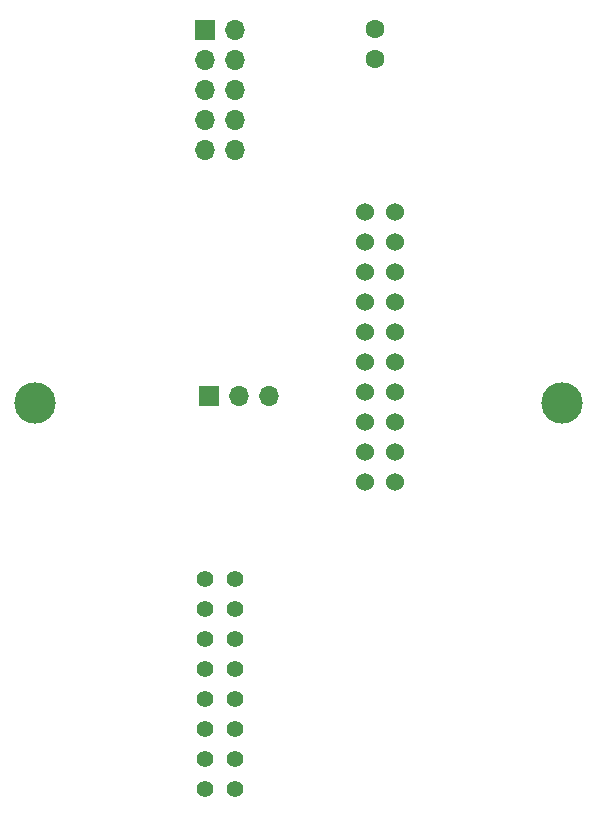
<source format=gts>
G04 #@! TF.GenerationSoftware,KiCad,Pcbnew,7.0.8-7.0.8~ubuntu22.04.1*
G04 #@! TF.CreationDate,2024-01-26T15:23:50+01:00*
G04 #@! TF.ProjectId,bogie,626f6769-652e-46b6-9963-61645f706362,rev?*
G04 #@! TF.SameCoordinates,Original*
G04 #@! TF.FileFunction,Soldermask,Top*
G04 #@! TF.FilePolarity,Negative*
%FSLAX46Y46*%
G04 Gerber Fmt 4.6, Leading zero omitted, Abs format (unit mm)*
G04 Created by KiCad (PCBNEW 7.0.8-7.0.8~ubuntu22.04.1) date 2024-01-26 15:23:50*
%MOMM*%
%LPD*%
G01*
G04 APERTURE LIST*
%ADD10C,1.397000*%
%ADD11R,1.700000X1.700000*%
%ADD12O,1.700000X1.700000*%
%ADD13C,3.500000*%
%ADD14C,1.600200*%
%ADD15C,1.524000*%
G04 APERTURE END LIST*
D10*
X94260000Y-74500000D03*
X94260000Y-77040000D03*
X94260000Y-79580000D03*
X94260000Y-82120000D03*
X94260000Y-84660000D03*
X94260000Y-87200000D03*
X94260000Y-89740000D03*
X94260000Y-92280000D03*
X96800000Y-74500000D03*
X96800000Y-77040000D03*
X96800000Y-79580000D03*
X96800000Y-82120000D03*
X96800000Y-84660000D03*
X96800000Y-87200000D03*
X96800000Y-89740000D03*
X96800000Y-92280000D03*
D11*
X94260000Y-27960000D03*
D12*
X96800000Y-27960000D03*
X94260000Y-30500000D03*
X96800000Y-30500000D03*
X94260000Y-33040000D03*
X96800000Y-33040000D03*
X94260000Y-35580000D03*
X96800000Y-35580000D03*
X94260000Y-38120000D03*
X96800000Y-38120000D03*
D13*
X79850000Y-59550000D03*
X124500000Y-59550000D03*
D11*
X94575000Y-59000000D03*
D12*
X97115000Y-59000000D03*
X99655000Y-59000000D03*
D14*
X108635000Y-30465100D03*
X108635000Y-27925100D03*
D15*
X107760000Y-43400000D03*
X107760000Y-45940000D03*
X107760000Y-48480000D03*
X107760000Y-51020000D03*
X107760000Y-53560000D03*
X107760000Y-56100000D03*
X107760000Y-58640000D03*
X107760000Y-61180000D03*
X107760000Y-63720000D03*
X107760000Y-66260000D03*
X110300000Y-43400000D03*
X110300000Y-45940000D03*
X110300000Y-48480000D03*
X110300000Y-51020000D03*
X110300000Y-53560000D03*
X110300000Y-56100000D03*
X110300000Y-58640000D03*
X110300000Y-61180000D03*
X110300000Y-63720000D03*
X110300000Y-66260000D03*
M02*

</source>
